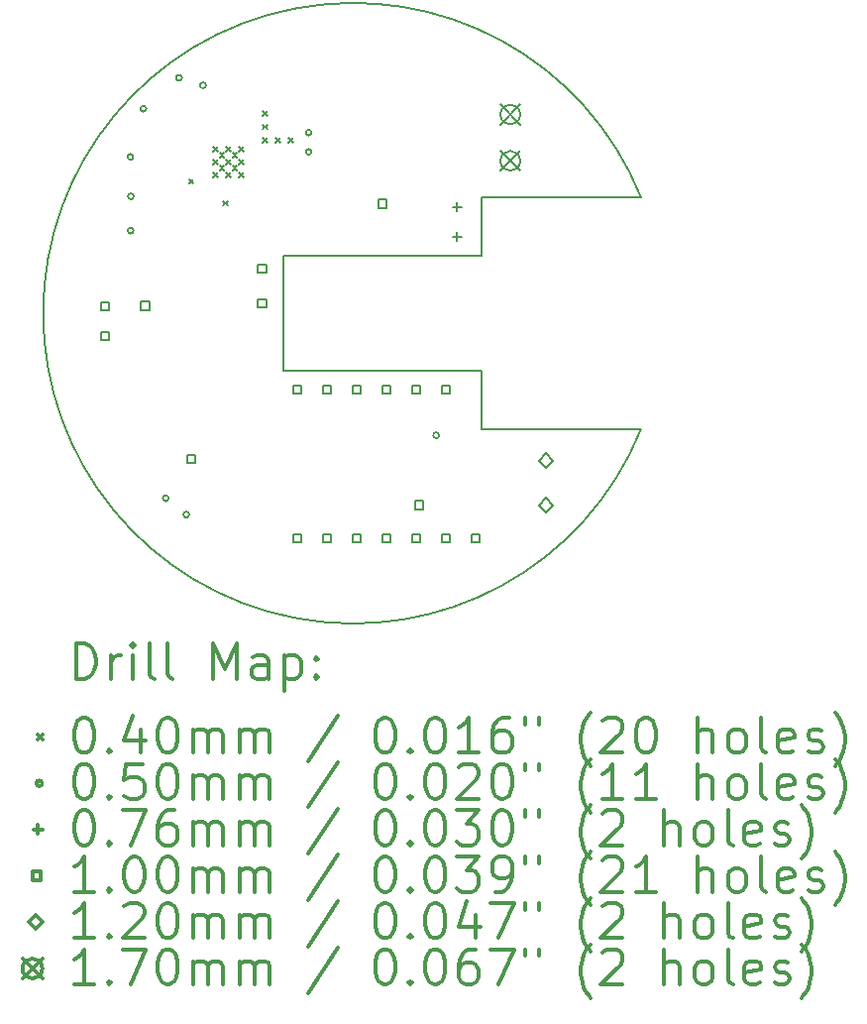
<source format=gbr>
%FSLAX45Y45*%
G04 Gerber Fmt 4.5, Leading zero omitted, Abs format (unit mm)*
G04 Created by KiCad (PCBNEW (5.0.2)-1) date 24/03/2019 18:15:22*
%MOMM*%
%LPD*%
G01*
G04 APERTURE LIST*
%ADD10C,0.150000*%
%ADD11C,0.200000*%
%ADD12C,0.300000*%
G04 APERTURE END LIST*
D10*
X5067200Y4355200D02*
X5067200Y4855245D01*
X3367200Y4355200D02*
X5067200Y4355200D01*
X5067200Y3375200D02*
X5067200Y2875155D01*
X3367200Y3375200D02*
X5067200Y3375200D01*
X6425311Y4855245D02*
G75*
G03X1317200Y3865200I-2458111J-990045D01*
G01*
X5067200Y2875155D02*
X6425311Y2875155D01*
X6425311Y2875155D02*
G75*
G02X1317200Y3865200I-2458111J990045D01*
G01*
X5067200Y4855245D02*
X6425311Y4855245D01*
X3367200Y4355200D02*
X3367200Y3375200D01*
D11*
X2562200Y5012200D02*
X2602200Y4972200D01*
X2602200Y5012200D02*
X2562200Y4972200D01*
X2854200Y4825200D02*
X2894200Y4785200D01*
X2894200Y4825200D02*
X2854200Y4785200D01*
X3191200Y5593200D02*
X3231200Y5553200D01*
X3231200Y5593200D02*
X3191200Y5553200D01*
X3191200Y5477200D02*
X3231200Y5437200D01*
X3231200Y5477200D02*
X3191200Y5437200D01*
X3191200Y5361200D02*
X3231200Y5321200D01*
X3231200Y5361200D02*
X3191200Y5321200D01*
X3302700Y5361200D02*
X3342700Y5321200D01*
X3342700Y5361200D02*
X3302700Y5321200D01*
X3414200Y5361200D02*
X3454200Y5321200D01*
X3454200Y5361200D02*
X3414200Y5321200D01*
X2769200Y5288200D02*
X2809200Y5248200D01*
X2809200Y5288200D02*
X2769200Y5248200D01*
X2769200Y5178200D02*
X2809200Y5138200D01*
X2809200Y5178200D02*
X2769200Y5138200D01*
X2769200Y5068200D02*
X2809200Y5028200D01*
X2809200Y5068200D02*
X2769200Y5028200D01*
X2824200Y5233200D02*
X2864200Y5193200D01*
X2864200Y5233200D02*
X2824200Y5193200D01*
X2824200Y5123200D02*
X2864200Y5083200D01*
X2864200Y5123200D02*
X2824200Y5083200D01*
X2879200Y5288200D02*
X2919200Y5248200D01*
X2919200Y5288200D02*
X2879200Y5248200D01*
X2879200Y5178200D02*
X2919200Y5138200D01*
X2919200Y5178200D02*
X2879200Y5138200D01*
X2879200Y5068200D02*
X2919200Y5028200D01*
X2919200Y5068200D02*
X2879200Y5028200D01*
X2934200Y5233200D02*
X2974200Y5193200D01*
X2974200Y5233200D02*
X2934200Y5193200D01*
X2934200Y5123200D02*
X2974200Y5083200D01*
X2974200Y5123200D02*
X2934200Y5083200D01*
X2989200Y5288200D02*
X3029200Y5248200D01*
X3029200Y5288200D02*
X2989200Y5248200D01*
X2989200Y5178200D02*
X3029200Y5138200D01*
X3029200Y5178200D02*
X2989200Y5138200D01*
X2989200Y5068200D02*
X3029200Y5028200D01*
X3029200Y5068200D02*
X2989200Y5028200D01*
X2087200Y5200200D02*
G75*
G03X2087200Y5200200I-25000J0D01*
G01*
X2089200Y4570200D02*
G75*
G03X2089200Y4570200I-25000J0D01*
G01*
X2091200Y4863200D02*
G75*
G03X2091200Y4863200I-25000J0D01*
G01*
X2198200Y5611200D02*
G75*
G03X2198200Y5611200I-25000J0D01*
G01*
X2389200Y2284200D02*
G75*
G03X2389200Y2284200I-25000J0D01*
G01*
X2502200Y5876200D02*
G75*
G03X2502200Y5876200I-25000J0D01*
G01*
X2565200Y2144200D02*
G75*
G03X2565200Y2144200I-25000J0D01*
G01*
X2707200Y5812200D02*
G75*
G03X2707200Y5812200I-25000J0D01*
G01*
X3610200Y5407200D02*
G75*
G03X3610200Y5407200I-25000J0D01*
G01*
X3610200Y5244200D02*
G75*
G03X3610200Y5244200I-25000J0D01*
G01*
X4700200Y2822200D02*
G75*
G03X4700200Y2822200I-25000J0D01*
G01*
X4852200Y4812300D02*
X4852200Y4736100D01*
X4814100Y4774200D02*
X4890300Y4774200D01*
X4852200Y4558300D02*
X4852200Y4482100D01*
X4814100Y4520200D02*
X4890300Y4520200D01*
X2222556Y3893844D02*
X2222556Y3964556D01*
X2151844Y3964556D01*
X2151844Y3893844D01*
X2222556Y3893844D01*
X2615556Y2584844D02*
X2615556Y2655556D01*
X2544844Y2655556D01*
X2544844Y2584844D01*
X2615556Y2584844D01*
X3222556Y4210844D02*
X3222556Y4281556D01*
X3151844Y4281556D01*
X3151844Y4210844D01*
X3222556Y4210844D01*
X3222556Y3912844D02*
X3222556Y3983556D01*
X3151844Y3983556D01*
X3151844Y3912844D01*
X3222556Y3912844D01*
X4250556Y4765844D02*
X4250556Y4836556D01*
X4179844Y4836556D01*
X4179844Y4765844D01*
X4250556Y4765844D01*
X4564056Y2191344D02*
X4564056Y2262056D01*
X4493344Y2262056D01*
X4493344Y2191344D01*
X4564056Y2191344D01*
X3523356Y3178744D02*
X3523356Y3249456D01*
X3452644Y3249456D01*
X3452644Y3178744D01*
X3523356Y3178744D01*
X3523356Y1908744D02*
X3523356Y1979456D01*
X3452644Y1979456D01*
X3452644Y1908744D01*
X3523356Y1908744D01*
X3777356Y3178744D02*
X3777356Y3249456D01*
X3706644Y3249456D01*
X3706644Y3178744D01*
X3777356Y3178744D01*
X3777356Y1908744D02*
X3777356Y1979456D01*
X3706644Y1979456D01*
X3706644Y1908744D01*
X3777356Y1908744D01*
X4031356Y3178744D02*
X4031356Y3249456D01*
X3960644Y3249456D01*
X3960644Y3178744D01*
X4031356Y3178744D01*
X4031356Y1908744D02*
X4031356Y1979456D01*
X3960644Y1979456D01*
X3960644Y1908744D01*
X4031356Y1908744D01*
X4285356Y3178744D02*
X4285356Y3249456D01*
X4214644Y3249456D01*
X4214644Y3178744D01*
X4285356Y3178744D01*
X4285356Y1908744D02*
X4285356Y1979456D01*
X4214644Y1979456D01*
X4214644Y1908744D01*
X4285356Y1908744D01*
X4539356Y3178744D02*
X4539356Y3249456D01*
X4468644Y3249456D01*
X4468644Y3178744D01*
X4539356Y3178744D01*
X4539356Y1908744D02*
X4539356Y1979456D01*
X4468644Y1979456D01*
X4468644Y1908744D01*
X4539356Y1908744D01*
X4793356Y3178744D02*
X4793356Y3249456D01*
X4722644Y3249456D01*
X4722644Y3178744D01*
X4793356Y3178744D01*
X1883556Y3886913D02*
X1883556Y3957624D01*
X1812844Y3957624D01*
X1812844Y3886913D01*
X1883556Y3886913D01*
X1883556Y3636913D02*
X1883556Y3707624D01*
X1812844Y3707624D01*
X1812844Y3636913D01*
X1883556Y3636913D01*
X4795356Y1908744D02*
X4795356Y1979456D01*
X4724644Y1979456D01*
X4724644Y1908744D01*
X4795356Y1908744D01*
X5049356Y1908744D02*
X5049356Y1979456D01*
X4978644Y1979456D01*
X4978644Y1908744D01*
X5049356Y1908744D01*
X5613200Y2547700D02*
X5673200Y2607700D01*
X5613200Y2667700D01*
X5553200Y2607700D01*
X5613200Y2547700D01*
X5613200Y2166700D02*
X5673200Y2226700D01*
X5613200Y2286700D01*
X5553200Y2226700D01*
X5613200Y2166700D01*
X5223600Y5647600D02*
X5393600Y5477600D01*
X5393600Y5647600D02*
X5223600Y5477600D01*
X5393600Y5562600D02*
G75*
G03X5393600Y5562600I-85000J0D01*
G01*
X5223600Y5251600D02*
X5393600Y5081600D01*
X5393600Y5251600D02*
X5223600Y5081600D01*
X5393600Y5166600D02*
G75*
G03X5393600Y5166600I-85000J0D01*
G01*
D12*
X1596128Y741986D02*
X1596128Y1041986D01*
X1667557Y1041986D01*
X1710414Y1027700D01*
X1738986Y999128D01*
X1753271Y970557D01*
X1767557Y913414D01*
X1767557Y870557D01*
X1753271Y813414D01*
X1738986Y784843D01*
X1710414Y756271D01*
X1667557Y741986D01*
X1596128Y741986D01*
X1896128Y741986D02*
X1896128Y941986D01*
X1896128Y884843D02*
X1910414Y913414D01*
X1924700Y927700D01*
X1953271Y941986D01*
X1981843Y941986D01*
X2081843Y741986D02*
X2081843Y941986D01*
X2081843Y1041986D02*
X2067557Y1027700D01*
X2081843Y1013414D01*
X2096128Y1027700D01*
X2081843Y1041986D01*
X2081843Y1013414D01*
X2267557Y741986D02*
X2238986Y756271D01*
X2224700Y784843D01*
X2224700Y1041986D01*
X2424700Y741986D02*
X2396128Y756271D01*
X2381843Y784843D01*
X2381843Y1041986D01*
X2767557Y741986D02*
X2767557Y1041986D01*
X2867557Y827700D01*
X2967557Y1041986D01*
X2967557Y741986D01*
X3238986Y741986D02*
X3238986Y899128D01*
X3224700Y927700D01*
X3196128Y941986D01*
X3138986Y941986D01*
X3110414Y927700D01*
X3238986Y756271D02*
X3210414Y741986D01*
X3138986Y741986D01*
X3110414Y756271D01*
X3096128Y784843D01*
X3096128Y813414D01*
X3110414Y841986D01*
X3138986Y856271D01*
X3210414Y856271D01*
X3238986Y870557D01*
X3381843Y941986D02*
X3381843Y641986D01*
X3381843Y927700D02*
X3410414Y941986D01*
X3467557Y941986D01*
X3496128Y927700D01*
X3510414Y913414D01*
X3524700Y884843D01*
X3524700Y799128D01*
X3510414Y770557D01*
X3496128Y756271D01*
X3467557Y741986D01*
X3410414Y741986D01*
X3381843Y756271D01*
X3653271Y770557D02*
X3667557Y756271D01*
X3653271Y741986D01*
X3638986Y756271D01*
X3653271Y770557D01*
X3653271Y741986D01*
X3653271Y927700D02*
X3667557Y913414D01*
X3653271Y899128D01*
X3638986Y913414D01*
X3653271Y927700D01*
X3653271Y899128D01*
X1269700Y267700D02*
X1309700Y227700D01*
X1309700Y267700D02*
X1269700Y227700D01*
X1653271Y411986D02*
X1681843Y411986D01*
X1710414Y397700D01*
X1724700Y383414D01*
X1738986Y354843D01*
X1753271Y297700D01*
X1753271Y226271D01*
X1738986Y169129D01*
X1724700Y140557D01*
X1710414Y126271D01*
X1681843Y111986D01*
X1653271Y111986D01*
X1624700Y126271D01*
X1610414Y140557D01*
X1596128Y169129D01*
X1581843Y226271D01*
X1581843Y297700D01*
X1596128Y354843D01*
X1610414Y383414D01*
X1624700Y397700D01*
X1653271Y411986D01*
X1881843Y140557D02*
X1896128Y126271D01*
X1881843Y111986D01*
X1867557Y126271D01*
X1881843Y140557D01*
X1881843Y111986D01*
X2153271Y311986D02*
X2153271Y111986D01*
X2081843Y426271D02*
X2010414Y211986D01*
X2196128Y211986D01*
X2367557Y411986D02*
X2396128Y411986D01*
X2424700Y397700D01*
X2438986Y383414D01*
X2453271Y354843D01*
X2467557Y297700D01*
X2467557Y226271D01*
X2453271Y169129D01*
X2438986Y140557D01*
X2424700Y126271D01*
X2396128Y111986D01*
X2367557Y111986D01*
X2338986Y126271D01*
X2324700Y140557D01*
X2310414Y169129D01*
X2296128Y226271D01*
X2296128Y297700D01*
X2310414Y354843D01*
X2324700Y383414D01*
X2338986Y397700D01*
X2367557Y411986D01*
X2596128Y111986D02*
X2596128Y311986D01*
X2596128Y283414D02*
X2610414Y297700D01*
X2638986Y311986D01*
X2681843Y311986D01*
X2710414Y297700D01*
X2724700Y269129D01*
X2724700Y111986D01*
X2724700Y269129D02*
X2738986Y297700D01*
X2767557Y311986D01*
X2810414Y311986D01*
X2838986Y297700D01*
X2853271Y269129D01*
X2853271Y111986D01*
X2996128Y111986D02*
X2996128Y311986D01*
X2996128Y283414D02*
X3010414Y297700D01*
X3038986Y311986D01*
X3081843Y311986D01*
X3110414Y297700D01*
X3124700Y269129D01*
X3124700Y111986D01*
X3124700Y269129D02*
X3138986Y297700D01*
X3167557Y311986D01*
X3210414Y311986D01*
X3238986Y297700D01*
X3253271Y269129D01*
X3253271Y111986D01*
X3838986Y426271D02*
X3581843Y40557D01*
X4224700Y411986D02*
X4253271Y411986D01*
X4281843Y397700D01*
X4296128Y383414D01*
X4310414Y354843D01*
X4324700Y297700D01*
X4324700Y226271D01*
X4310414Y169129D01*
X4296128Y140557D01*
X4281843Y126271D01*
X4253271Y111986D01*
X4224700Y111986D01*
X4196128Y126271D01*
X4181843Y140557D01*
X4167557Y169129D01*
X4153271Y226271D01*
X4153271Y297700D01*
X4167557Y354843D01*
X4181843Y383414D01*
X4196128Y397700D01*
X4224700Y411986D01*
X4453271Y140557D02*
X4467557Y126271D01*
X4453271Y111986D01*
X4438986Y126271D01*
X4453271Y140557D01*
X4453271Y111986D01*
X4653271Y411986D02*
X4681843Y411986D01*
X4710414Y397700D01*
X4724700Y383414D01*
X4738986Y354843D01*
X4753271Y297700D01*
X4753271Y226271D01*
X4738986Y169129D01*
X4724700Y140557D01*
X4710414Y126271D01*
X4681843Y111986D01*
X4653271Y111986D01*
X4624700Y126271D01*
X4610414Y140557D01*
X4596128Y169129D01*
X4581843Y226271D01*
X4581843Y297700D01*
X4596128Y354843D01*
X4610414Y383414D01*
X4624700Y397700D01*
X4653271Y411986D01*
X5038986Y111986D02*
X4867557Y111986D01*
X4953271Y111986D02*
X4953271Y411986D01*
X4924700Y369128D01*
X4896128Y340557D01*
X4867557Y326271D01*
X5296128Y411986D02*
X5238986Y411986D01*
X5210414Y397700D01*
X5196128Y383414D01*
X5167557Y340557D01*
X5153271Y283414D01*
X5153271Y169129D01*
X5167557Y140557D01*
X5181843Y126271D01*
X5210414Y111986D01*
X5267557Y111986D01*
X5296128Y126271D01*
X5310414Y140557D01*
X5324700Y169129D01*
X5324700Y240557D01*
X5310414Y269129D01*
X5296128Y283414D01*
X5267557Y297700D01*
X5210414Y297700D01*
X5181843Y283414D01*
X5167557Y269129D01*
X5153271Y240557D01*
X5438986Y411986D02*
X5438986Y354843D01*
X5553271Y411986D02*
X5553271Y354843D01*
X5996128Y-2300D02*
X5981843Y11986D01*
X5953271Y54843D01*
X5938986Y83414D01*
X5924700Y126271D01*
X5910414Y197700D01*
X5910414Y254843D01*
X5924700Y326271D01*
X5938986Y369128D01*
X5953271Y397700D01*
X5981843Y440557D01*
X5996128Y454843D01*
X6096128Y383414D02*
X6110414Y397700D01*
X6138986Y411986D01*
X6210414Y411986D01*
X6238986Y397700D01*
X6253271Y383414D01*
X6267557Y354843D01*
X6267557Y326271D01*
X6253271Y283414D01*
X6081843Y111986D01*
X6267557Y111986D01*
X6453271Y411986D02*
X6481843Y411986D01*
X6510414Y397700D01*
X6524700Y383414D01*
X6538986Y354843D01*
X6553271Y297700D01*
X6553271Y226271D01*
X6538986Y169129D01*
X6524700Y140557D01*
X6510414Y126271D01*
X6481843Y111986D01*
X6453271Y111986D01*
X6424700Y126271D01*
X6410414Y140557D01*
X6396128Y169129D01*
X6381843Y226271D01*
X6381843Y297700D01*
X6396128Y354843D01*
X6410414Y383414D01*
X6424700Y397700D01*
X6453271Y411986D01*
X6910414Y111986D02*
X6910414Y411986D01*
X7038986Y111986D02*
X7038986Y269129D01*
X7024700Y297700D01*
X6996128Y311986D01*
X6953271Y311986D01*
X6924700Y297700D01*
X6910414Y283414D01*
X7224700Y111986D02*
X7196128Y126271D01*
X7181843Y140557D01*
X7167557Y169129D01*
X7167557Y254843D01*
X7181843Y283414D01*
X7196128Y297700D01*
X7224700Y311986D01*
X7267557Y311986D01*
X7296128Y297700D01*
X7310414Y283414D01*
X7324700Y254843D01*
X7324700Y169129D01*
X7310414Y140557D01*
X7296128Y126271D01*
X7267557Y111986D01*
X7224700Y111986D01*
X7496128Y111986D02*
X7467557Y126271D01*
X7453271Y154843D01*
X7453271Y411986D01*
X7724700Y126271D02*
X7696128Y111986D01*
X7638986Y111986D01*
X7610414Y126271D01*
X7596128Y154843D01*
X7596128Y269129D01*
X7610414Y297700D01*
X7638986Y311986D01*
X7696128Y311986D01*
X7724700Y297700D01*
X7738986Y269129D01*
X7738986Y240557D01*
X7596128Y211986D01*
X7853271Y126271D02*
X7881843Y111986D01*
X7938986Y111986D01*
X7967557Y126271D01*
X7981843Y154843D01*
X7981843Y169129D01*
X7967557Y197700D01*
X7938986Y211986D01*
X7896128Y211986D01*
X7867557Y226271D01*
X7853271Y254843D01*
X7853271Y269129D01*
X7867557Y297700D01*
X7896128Y311986D01*
X7938986Y311986D01*
X7967557Y297700D01*
X8081843Y-2300D02*
X8096128Y11986D01*
X8124700Y54843D01*
X8138986Y83414D01*
X8153271Y126271D01*
X8167557Y197700D01*
X8167557Y254843D01*
X8153271Y326271D01*
X8138986Y369128D01*
X8124700Y397700D01*
X8096128Y440557D01*
X8081843Y454843D01*
X1309700Y-148300D02*
G75*
G03X1309700Y-148300I-25000J0D01*
G01*
X1653271Y15986D02*
X1681843Y15986D01*
X1710414Y1700D01*
X1724700Y-12586D01*
X1738986Y-41157D01*
X1753271Y-98300D01*
X1753271Y-169729D01*
X1738986Y-226871D01*
X1724700Y-255443D01*
X1710414Y-269729D01*
X1681843Y-284014D01*
X1653271Y-284014D01*
X1624700Y-269729D01*
X1610414Y-255443D01*
X1596128Y-226871D01*
X1581843Y-169729D01*
X1581843Y-98300D01*
X1596128Y-41157D01*
X1610414Y-12586D01*
X1624700Y1700D01*
X1653271Y15986D01*
X1881843Y-255443D02*
X1896128Y-269729D01*
X1881843Y-284014D01*
X1867557Y-269729D01*
X1881843Y-255443D01*
X1881843Y-284014D01*
X2167557Y15986D02*
X2024700Y15986D01*
X2010414Y-126871D01*
X2024700Y-112586D01*
X2053271Y-98300D01*
X2124700Y-98300D01*
X2153271Y-112586D01*
X2167557Y-126871D01*
X2181843Y-155443D01*
X2181843Y-226871D01*
X2167557Y-255443D01*
X2153271Y-269729D01*
X2124700Y-284014D01*
X2053271Y-284014D01*
X2024700Y-269729D01*
X2010414Y-255443D01*
X2367557Y15986D02*
X2396128Y15986D01*
X2424700Y1700D01*
X2438986Y-12586D01*
X2453271Y-41157D01*
X2467557Y-98300D01*
X2467557Y-169729D01*
X2453271Y-226871D01*
X2438986Y-255443D01*
X2424700Y-269729D01*
X2396128Y-284014D01*
X2367557Y-284014D01*
X2338986Y-269729D01*
X2324700Y-255443D01*
X2310414Y-226871D01*
X2296128Y-169729D01*
X2296128Y-98300D01*
X2310414Y-41157D01*
X2324700Y-12586D01*
X2338986Y1700D01*
X2367557Y15986D01*
X2596128Y-284014D02*
X2596128Y-84014D01*
X2596128Y-112586D02*
X2610414Y-98300D01*
X2638986Y-84014D01*
X2681843Y-84014D01*
X2710414Y-98300D01*
X2724700Y-126871D01*
X2724700Y-284014D01*
X2724700Y-126871D02*
X2738986Y-98300D01*
X2767557Y-84014D01*
X2810414Y-84014D01*
X2838986Y-98300D01*
X2853271Y-126871D01*
X2853271Y-284014D01*
X2996128Y-284014D02*
X2996128Y-84014D01*
X2996128Y-112586D02*
X3010414Y-98300D01*
X3038986Y-84014D01*
X3081843Y-84014D01*
X3110414Y-98300D01*
X3124700Y-126871D01*
X3124700Y-284014D01*
X3124700Y-126871D02*
X3138986Y-98300D01*
X3167557Y-84014D01*
X3210414Y-84014D01*
X3238986Y-98300D01*
X3253271Y-126871D01*
X3253271Y-284014D01*
X3838986Y30271D02*
X3581843Y-355443D01*
X4224700Y15986D02*
X4253271Y15986D01*
X4281843Y1700D01*
X4296128Y-12586D01*
X4310414Y-41157D01*
X4324700Y-98300D01*
X4324700Y-169729D01*
X4310414Y-226871D01*
X4296128Y-255443D01*
X4281843Y-269729D01*
X4253271Y-284014D01*
X4224700Y-284014D01*
X4196128Y-269729D01*
X4181843Y-255443D01*
X4167557Y-226871D01*
X4153271Y-169729D01*
X4153271Y-98300D01*
X4167557Y-41157D01*
X4181843Y-12586D01*
X4196128Y1700D01*
X4224700Y15986D01*
X4453271Y-255443D02*
X4467557Y-269729D01*
X4453271Y-284014D01*
X4438986Y-269729D01*
X4453271Y-255443D01*
X4453271Y-284014D01*
X4653271Y15986D02*
X4681843Y15986D01*
X4710414Y1700D01*
X4724700Y-12586D01*
X4738986Y-41157D01*
X4753271Y-98300D01*
X4753271Y-169729D01*
X4738986Y-226871D01*
X4724700Y-255443D01*
X4710414Y-269729D01*
X4681843Y-284014D01*
X4653271Y-284014D01*
X4624700Y-269729D01*
X4610414Y-255443D01*
X4596128Y-226871D01*
X4581843Y-169729D01*
X4581843Y-98300D01*
X4596128Y-41157D01*
X4610414Y-12586D01*
X4624700Y1700D01*
X4653271Y15986D01*
X4867557Y-12586D02*
X4881843Y1700D01*
X4910414Y15986D01*
X4981843Y15986D01*
X5010414Y1700D01*
X5024700Y-12586D01*
X5038986Y-41157D01*
X5038986Y-69729D01*
X5024700Y-112586D01*
X4853271Y-284014D01*
X5038986Y-284014D01*
X5224700Y15986D02*
X5253271Y15986D01*
X5281843Y1700D01*
X5296128Y-12586D01*
X5310414Y-41157D01*
X5324700Y-98300D01*
X5324700Y-169729D01*
X5310414Y-226871D01*
X5296128Y-255443D01*
X5281843Y-269729D01*
X5253271Y-284014D01*
X5224700Y-284014D01*
X5196128Y-269729D01*
X5181843Y-255443D01*
X5167557Y-226871D01*
X5153271Y-169729D01*
X5153271Y-98300D01*
X5167557Y-41157D01*
X5181843Y-12586D01*
X5196128Y1700D01*
X5224700Y15986D01*
X5438986Y15986D02*
X5438986Y-41157D01*
X5553271Y15986D02*
X5553271Y-41157D01*
X5996128Y-398300D02*
X5981843Y-384014D01*
X5953271Y-341157D01*
X5938986Y-312586D01*
X5924700Y-269729D01*
X5910414Y-198300D01*
X5910414Y-141157D01*
X5924700Y-69729D01*
X5938986Y-26871D01*
X5953271Y1700D01*
X5981843Y44557D01*
X5996128Y58843D01*
X6267557Y-284014D02*
X6096128Y-284014D01*
X6181843Y-284014D02*
X6181843Y15986D01*
X6153271Y-26871D01*
X6124700Y-55443D01*
X6096128Y-69729D01*
X6553271Y-284014D02*
X6381843Y-284014D01*
X6467557Y-284014D02*
X6467557Y15986D01*
X6438986Y-26871D01*
X6410414Y-55443D01*
X6381843Y-69729D01*
X6910414Y-284014D02*
X6910414Y15986D01*
X7038986Y-284014D02*
X7038986Y-126871D01*
X7024700Y-98300D01*
X6996128Y-84014D01*
X6953271Y-84014D01*
X6924700Y-98300D01*
X6910414Y-112586D01*
X7224700Y-284014D02*
X7196128Y-269729D01*
X7181843Y-255443D01*
X7167557Y-226871D01*
X7167557Y-141157D01*
X7181843Y-112586D01*
X7196128Y-98300D01*
X7224700Y-84014D01*
X7267557Y-84014D01*
X7296128Y-98300D01*
X7310414Y-112586D01*
X7324700Y-141157D01*
X7324700Y-226871D01*
X7310414Y-255443D01*
X7296128Y-269729D01*
X7267557Y-284014D01*
X7224700Y-284014D01*
X7496128Y-284014D02*
X7467557Y-269729D01*
X7453271Y-241157D01*
X7453271Y15986D01*
X7724700Y-269729D02*
X7696128Y-284014D01*
X7638986Y-284014D01*
X7610414Y-269729D01*
X7596128Y-241157D01*
X7596128Y-126871D01*
X7610414Y-98300D01*
X7638986Y-84014D01*
X7696128Y-84014D01*
X7724700Y-98300D01*
X7738986Y-126871D01*
X7738986Y-155443D01*
X7596128Y-184014D01*
X7853271Y-269729D02*
X7881843Y-284014D01*
X7938986Y-284014D01*
X7967557Y-269729D01*
X7981843Y-241157D01*
X7981843Y-226871D01*
X7967557Y-198300D01*
X7938986Y-184014D01*
X7896128Y-184014D01*
X7867557Y-169729D01*
X7853271Y-141157D01*
X7853271Y-126871D01*
X7867557Y-98300D01*
X7896128Y-84014D01*
X7938986Y-84014D01*
X7967557Y-98300D01*
X8081843Y-398300D02*
X8096128Y-384014D01*
X8124700Y-341157D01*
X8138986Y-312586D01*
X8153271Y-269729D01*
X8167557Y-198300D01*
X8167557Y-141157D01*
X8153271Y-69729D01*
X8138986Y-26871D01*
X8124700Y1700D01*
X8096128Y44557D01*
X8081843Y58843D01*
X1271600Y-506200D02*
X1271600Y-582400D01*
X1233500Y-544300D02*
X1309700Y-544300D01*
X1653271Y-380014D02*
X1681843Y-380014D01*
X1710414Y-394300D01*
X1724700Y-408586D01*
X1738986Y-437157D01*
X1753271Y-494300D01*
X1753271Y-565729D01*
X1738986Y-622872D01*
X1724700Y-651443D01*
X1710414Y-665729D01*
X1681843Y-680014D01*
X1653271Y-680014D01*
X1624700Y-665729D01*
X1610414Y-651443D01*
X1596128Y-622872D01*
X1581843Y-565729D01*
X1581843Y-494300D01*
X1596128Y-437157D01*
X1610414Y-408586D01*
X1624700Y-394300D01*
X1653271Y-380014D01*
X1881843Y-651443D02*
X1896128Y-665729D01*
X1881843Y-680014D01*
X1867557Y-665729D01*
X1881843Y-651443D01*
X1881843Y-680014D01*
X1996128Y-380014D02*
X2196128Y-380014D01*
X2067557Y-680014D01*
X2438986Y-380014D02*
X2381843Y-380014D01*
X2353271Y-394300D01*
X2338986Y-408586D01*
X2310414Y-451443D01*
X2296128Y-508586D01*
X2296128Y-622872D01*
X2310414Y-651443D01*
X2324700Y-665729D01*
X2353271Y-680014D01*
X2410414Y-680014D01*
X2438986Y-665729D01*
X2453271Y-651443D01*
X2467557Y-622872D01*
X2467557Y-551443D01*
X2453271Y-522871D01*
X2438986Y-508586D01*
X2410414Y-494300D01*
X2353271Y-494300D01*
X2324700Y-508586D01*
X2310414Y-522871D01*
X2296128Y-551443D01*
X2596128Y-680014D02*
X2596128Y-480014D01*
X2596128Y-508586D02*
X2610414Y-494300D01*
X2638986Y-480014D01*
X2681843Y-480014D01*
X2710414Y-494300D01*
X2724700Y-522871D01*
X2724700Y-680014D01*
X2724700Y-522871D02*
X2738986Y-494300D01*
X2767557Y-480014D01*
X2810414Y-480014D01*
X2838986Y-494300D01*
X2853271Y-522871D01*
X2853271Y-680014D01*
X2996128Y-680014D02*
X2996128Y-480014D01*
X2996128Y-508586D02*
X3010414Y-494300D01*
X3038986Y-480014D01*
X3081843Y-480014D01*
X3110414Y-494300D01*
X3124700Y-522871D01*
X3124700Y-680014D01*
X3124700Y-522871D02*
X3138986Y-494300D01*
X3167557Y-480014D01*
X3210414Y-480014D01*
X3238986Y-494300D01*
X3253271Y-522871D01*
X3253271Y-680014D01*
X3838986Y-365729D02*
X3581843Y-751443D01*
X4224700Y-380014D02*
X4253271Y-380014D01*
X4281843Y-394300D01*
X4296128Y-408586D01*
X4310414Y-437157D01*
X4324700Y-494300D01*
X4324700Y-565729D01*
X4310414Y-622872D01*
X4296128Y-651443D01*
X4281843Y-665729D01*
X4253271Y-680014D01*
X4224700Y-680014D01*
X4196128Y-665729D01*
X4181843Y-651443D01*
X4167557Y-622872D01*
X4153271Y-565729D01*
X4153271Y-494300D01*
X4167557Y-437157D01*
X4181843Y-408586D01*
X4196128Y-394300D01*
X4224700Y-380014D01*
X4453271Y-651443D02*
X4467557Y-665729D01*
X4453271Y-680014D01*
X4438986Y-665729D01*
X4453271Y-651443D01*
X4453271Y-680014D01*
X4653271Y-380014D02*
X4681843Y-380014D01*
X4710414Y-394300D01*
X4724700Y-408586D01*
X4738986Y-437157D01*
X4753271Y-494300D01*
X4753271Y-565729D01*
X4738986Y-622872D01*
X4724700Y-651443D01*
X4710414Y-665729D01*
X4681843Y-680014D01*
X4653271Y-680014D01*
X4624700Y-665729D01*
X4610414Y-651443D01*
X4596128Y-622872D01*
X4581843Y-565729D01*
X4581843Y-494300D01*
X4596128Y-437157D01*
X4610414Y-408586D01*
X4624700Y-394300D01*
X4653271Y-380014D01*
X4853271Y-380014D02*
X5038986Y-380014D01*
X4938986Y-494300D01*
X4981843Y-494300D01*
X5010414Y-508586D01*
X5024700Y-522871D01*
X5038986Y-551443D01*
X5038986Y-622872D01*
X5024700Y-651443D01*
X5010414Y-665729D01*
X4981843Y-680014D01*
X4896128Y-680014D01*
X4867557Y-665729D01*
X4853271Y-651443D01*
X5224700Y-380014D02*
X5253271Y-380014D01*
X5281843Y-394300D01*
X5296128Y-408586D01*
X5310414Y-437157D01*
X5324700Y-494300D01*
X5324700Y-565729D01*
X5310414Y-622872D01*
X5296128Y-651443D01*
X5281843Y-665729D01*
X5253271Y-680014D01*
X5224700Y-680014D01*
X5196128Y-665729D01*
X5181843Y-651443D01*
X5167557Y-622872D01*
X5153271Y-565729D01*
X5153271Y-494300D01*
X5167557Y-437157D01*
X5181843Y-408586D01*
X5196128Y-394300D01*
X5224700Y-380014D01*
X5438986Y-380014D02*
X5438986Y-437157D01*
X5553271Y-380014D02*
X5553271Y-437157D01*
X5996128Y-794300D02*
X5981843Y-780014D01*
X5953271Y-737157D01*
X5938986Y-708586D01*
X5924700Y-665729D01*
X5910414Y-594300D01*
X5910414Y-537157D01*
X5924700Y-465729D01*
X5938986Y-422871D01*
X5953271Y-394300D01*
X5981843Y-351443D01*
X5996128Y-337157D01*
X6096128Y-408586D02*
X6110414Y-394300D01*
X6138986Y-380014D01*
X6210414Y-380014D01*
X6238986Y-394300D01*
X6253271Y-408586D01*
X6267557Y-437157D01*
X6267557Y-465729D01*
X6253271Y-508586D01*
X6081843Y-680014D01*
X6267557Y-680014D01*
X6624700Y-680014D02*
X6624700Y-380014D01*
X6753271Y-680014D02*
X6753271Y-522871D01*
X6738986Y-494300D01*
X6710414Y-480014D01*
X6667557Y-480014D01*
X6638986Y-494300D01*
X6624700Y-508586D01*
X6938986Y-680014D02*
X6910414Y-665729D01*
X6896128Y-651443D01*
X6881843Y-622872D01*
X6881843Y-537157D01*
X6896128Y-508586D01*
X6910414Y-494300D01*
X6938986Y-480014D01*
X6981843Y-480014D01*
X7010414Y-494300D01*
X7024700Y-508586D01*
X7038986Y-537157D01*
X7038986Y-622872D01*
X7024700Y-651443D01*
X7010414Y-665729D01*
X6981843Y-680014D01*
X6938986Y-680014D01*
X7210414Y-680014D02*
X7181843Y-665729D01*
X7167557Y-637157D01*
X7167557Y-380014D01*
X7438986Y-665729D02*
X7410414Y-680014D01*
X7353271Y-680014D01*
X7324700Y-665729D01*
X7310414Y-637157D01*
X7310414Y-522871D01*
X7324700Y-494300D01*
X7353271Y-480014D01*
X7410414Y-480014D01*
X7438986Y-494300D01*
X7453271Y-522871D01*
X7453271Y-551443D01*
X7310414Y-580014D01*
X7567557Y-665729D02*
X7596128Y-680014D01*
X7653271Y-680014D01*
X7681843Y-665729D01*
X7696128Y-637157D01*
X7696128Y-622872D01*
X7681843Y-594300D01*
X7653271Y-580014D01*
X7610414Y-580014D01*
X7581843Y-565729D01*
X7567557Y-537157D01*
X7567557Y-522871D01*
X7581843Y-494300D01*
X7610414Y-480014D01*
X7653271Y-480014D01*
X7681843Y-494300D01*
X7796128Y-794300D02*
X7810414Y-780014D01*
X7838986Y-737157D01*
X7853271Y-708586D01*
X7867557Y-665729D01*
X7881843Y-594300D01*
X7881843Y-537157D01*
X7867557Y-465729D01*
X7853271Y-422871D01*
X7838986Y-394300D01*
X7810414Y-351443D01*
X7796128Y-337157D01*
X1295056Y-975656D02*
X1295056Y-904944D01*
X1224344Y-904944D01*
X1224344Y-975656D01*
X1295056Y-975656D01*
X1753271Y-1076014D02*
X1581843Y-1076014D01*
X1667557Y-1076014D02*
X1667557Y-776014D01*
X1638986Y-818871D01*
X1610414Y-847443D01*
X1581843Y-861729D01*
X1881843Y-1047443D02*
X1896128Y-1061729D01*
X1881843Y-1076014D01*
X1867557Y-1061729D01*
X1881843Y-1047443D01*
X1881843Y-1076014D01*
X2081843Y-776014D02*
X2110414Y-776014D01*
X2138986Y-790300D01*
X2153271Y-804586D01*
X2167557Y-833157D01*
X2181843Y-890300D01*
X2181843Y-961729D01*
X2167557Y-1018871D01*
X2153271Y-1047443D01*
X2138986Y-1061729D01*
X2110414Y-1076014D01*
X2081843Y-1076014D01*
X2053271Y-1061729D01*
X2038986Y-1047443D01*
X2024700Y-1018871D01*
X2010414Y-961729D01*
X2010414Y-890300D01*
X2024700Y-833157D01*
X2038986Y-804586D01*
X2053271Y-790300D01*
X2081843Y-776014D01*
X2367557Y-776014D02*
X2396128Y-776014D01*
X2424700Y-790300D01*
X2438986Y-804586D01*
X2453271Y-833157D01*
X2467557Y-890300D01*
X2467557Y-961729D01*
X2453271Y-1018871D01*
X2438986Y-1047443D01*
X2424700Y-1061729D01*
X2396128Y-1076014D01*
X2367557Y-1076014D01*
X2338986Y-1061729D01*
X2324700Y-1047443D01*
X2310414Y-1018871D01*
X2296128Y-961729D01*
X2296128Y-890300D01*
X2310414Y-833157D01*
X2324700Y-804586D01*
X2338986Y-790300D01*
X2367557Y-776014D01*
X2596128Y-1076014D02*
X2596128Y-876014D01*
X2596128Y-904586D02*
X2610414Y-890300D01*
X2638986Y-876014D01*
X2681843Y-876014D01*
X2710414Y-890300D01*
X2724700Y-918871D01*
X2724700Y-1076014D01*
X2724700Y-918871D02*
X2738986Y-890300D01*
X2767557Y-876014D01*
X2810414Y-876014D01*
X2838986Y-890300D01*
X2853271Y-918871D01*
X2853271Y-1076014D01*
X2996128Y-1076014D02*
X2996128Y-876014D01*
X2996128Y-904586D02*
X3010414Y-890300D01*
X3038986Y-876014D01*
X3081843Y-876014D01*
X3110414Y-890300D01*
X3124700Y-918871D01*
X3124700Y-1076014D01*
X3124700Y-918871D02*
X3138986Y-890300D01*
X3167557Y-876014D01*
X3210414Y-876014D01*
X3238986Y-890300D01*
X3253271Y-918871D01*
X3253271Y-1076014D01*
X3838986Y-761729D02*
X3581843Y-1147443D01*
X4224700Y-776014D02*
X4253271Y-776014D01*
X4281843Y-790300D01*
X4296128Y-804586D01*
X4310414Y-833157D01*
X4324700Y-890300D01*
X4324700Y-961729D01*
X4310414Y-1018871D01*
X4296128Y-1047443D01*
X4281843Y-1061729D01*
X4253271Y-1076014D01*
X4224700Y-1076014D01*
X4196128Y-1061729D01*
X4181843Y-1047443D01*
X4167557Y-1018871D01*
X4153271Y-961729D01*
X4153271Y-890300D01*
X4167557Y-833157D01*
X4181843Y-804586D01*
X4196128Y-790300D01*
X4224700Y-776014D01*
X4453271Y-1047443D02*
X4467557Y-1061729D01*
X4453271Y-1076014D01*
X4438986Y-1061729D01*
X4453271Y-1047443D01*
X4453271Y-1076014D01*
X4653271Y-776014D02*
X4681843Y-776014D01*
X4710414Y-790300D01*
X4724700Y-804586D01*
X4738986Y-833157D01*
X4753271Y-890300D01*
X4753271Y-961729D01*
X4738986Y-1018871D01*
X4724700Y-1047443D01*
X4710414Y-1061729D01*
X4681843Y-1076014D01*
X4653271Y-1076014D01*
X4624700Y-1061729D01*
X4610414Y-1047443D01*
X4596128Y-1018871D01*
X4581843Y-961729D01*
X4581843Y-890300D01*
X4596128Y-833157D01*
X4610414Y-804586D01*
X4624700Y-790300D01*
X4653271Y-776014D01*
X4853271Y-776014D02*
X5038986Y-776014D01*
X4938986Y-890300D01*
X4981843Y-890300D01*
X5010414Y-904586D01*
X5024700Y-918871D01*
X5038986Y-947443D01*
X5038986Y-1018871D01*
X5024700Y-1047443D01*
X5010414Y-1061729D01*
X4981843Y-1076014D01*
X4896128Y-1076014D01*
X4867557Y-1061729D01*
X4853271Y-1047443D01*
X5181843Y-1076014D02*
X5238986Y-1076014D01*
X5267557Y-1061729D01*
X5281843Y-1047443D01*
X5310414Y-1004586D01*
X5324700Y-947443D01*
X5324700Y-833157D01*
X5310414Y-804586D01*
X5296128Y-790300D01*
X5267557Y-776014D01*
X5210414Y-776014D01*
X5181843Y-790300D01*
X5167557Y-804586D01*
X5153271Y-833157D01*
X5153271Y-904586D01*
X5167557Y-933157D01*
X5181843Y-947443D01*
X5210414Y-961729D01*
X5267557Y-961729D01*
X5296128Y-947443D01*
X5310414Y-933157D01*
X5324700Y-904586D01*
X5438986Y-776014D02*
X5438986Y-833157D01*
X5553271Y-776014D02*
X5553271Y-833157D01*
X5996128Y-1190300D02*
X5981843Y-1176014D01*
X5953271Y-1133157D01*
X5938986Y-1104586D01*
X5924700Y-1061729D01*
X5910414Y-990300D01*
X5910414Y-933157D01*
X5924700Y-861729D01*
X5938986Y-818871D01*
X5953271Y-790300D01*
X5981843Y-747443D01*
X5996128Y-733157D01*
X6096128Y-804586D02*
X6110414Y-790300D01*
X6138986Y-776014D01*
X6210414Y-776014D01*
X6238986Y-790300D01*
X6253271Y-804586D01*
X6267557Y-833157D01*
X6267557Y-861729D01*
X6253271Y-904586D01*
X6081843Y-1076014D01*
X6267557Y-1076014D01*
X6553271Y-1076014D02*
X6381843Y-1076014D01*
X6467557Y-1076014D02*
X6467557Y-776014D01*
X6438986Y-818871D01*
X6410414Y-847443D01*
X6381843Y-861729D01*
X6910414Y-1076014D02*
X6910414Y-776014D01*
X7038986Y-1076014D02*
X7038986Y-918871D01*
X7024700Y-890300D01*
X6996128Y-876014D01*
X6953271Y-876014D01*
X6924700Y-890300D01*
X6910414Y-904586D01*
X7224700Y-1076014D02*
X7196128Y-1061729D01*
X7181843Y-1047443D01*
X7167557Y-1018871D01*
X7167557Y-933157D01*
X7181843Y-904586D01*
X7196128Y-890300D01*
X7224700Y-876014D01*
X7267557Y-876014D01*
X7296128Y-890300D01*
X7310414Y-904586D01*
X7324700Y-933157D01*
X7324700Y-1018871D01*
X7310414Y-1047443D01*
X7296128Y-1061729D01*
X7267557Y-1076014D01*
X7224700Y-1076014D01*
X7496128Y-1076014D02*
X7467557Y-1061729D01*
X7453271Y-1033157D01*
X7453271Y-776014D01*
X7724700Y-1061729D02*
X7696128Y-1076014D01*
X7638986Y-1076014D01*
X7610414Y-1061729D01*
X7596128Y-1033157D01*
X7596128Y-918871D01*
X7610414Y-890300D01*
X7638986Y-876014D01*
X7696128Y-876014D01*
X7724700Y-890300D01*
X7738986Y-918871D01*
X7738986Y-947443D01*
X7596128Y-976014D01*
X7853271Y-1061729D02*
X7881843Y-1076014D01*
X7938986Y-1076014D01*
X7967557Y-1061729D01*
X7981843Y-1033157D01*
X7981843Y-1018871D01*
X7967557Y-990300D01*
X7938986Y-976014D01*
X7896128Y-976014D01*
X7867557Y-961729D01*
X7853271Y-933157D01*
X7853271Y-918871D01*
X7867557Y-890300D01*
X7896128Y-876014D01*
X7938986Y-876014D01*
X7967557Y-890300D01*
X8081843Y-1190300D02*
X8096128Y-1176014D01*
X8124700Y-1133157D01*
X8138986Y-1104586D01*
X8153271Y-1061729D01*
X8167557Y-990300D01*
X8167557Y-933157D01*
X8153271Y-861729D01*
X8138986Y-818871D01*
X8124700Y-790300D01*
X8096128Y-747443D01*
X8081843Y-733157D01*
X1249700Y-1396300D02*
X1309700Y-1336300D01*
X1249700Y-1276300D01*
X1189700Y-1336300D01*
X1249700Y-1396300D01*
X1753271Y-1472014D02*
X1581843Y-1472014D01*
X1667557Y-1472014D02*
X1667557Y-1172014D01*
X1638986Y-1214872D01*
X1610414Y-1243443D01*
X1581843Y-1257729D01*
X1881843Y-1443443D02*
X1896128Y-1457729D01*
X1881843Y-1472014D01*
X1867557Y-1457729D01*
X1881843Y-1443443D01*
X1881843Y-1472014D01*
X2010414Y-1200586D02*
X2024700Y-1186300D01*
X2053271Y-1172014D01*
X2124700Y-1172014D01*
X2153271Y-1186300D01*
X2167557Y-1200586D01*
X2181843Y-1229157D01*
X2181843Y-1257729D01*
X2167557Y-1300586D01*
X1996128Y-1472014D01*
X2181843Y-1472014D01*
X2367557Y-1172014D02*
X2396128Y-1172014D01*
X2424700Y-1186300D01*
X2438986Y-1200586D01*
X2453271Y-1229157D01*
X2467557Y-1286300D01*
X2467557Y-1357729D01*
X2453271Y-1414871D01*
X2438986Y-1443443D01*
X2424700Y-1457729D01*
X2396128Y-1472014D01*
X2367557Y-1472014D01*
X2338986Y-1457729D01*
X2324700Y-1443443D01*
X2310414Y-1414871D01*
X2296128Y-1357729D01*
X2296128Y-1286300D01*
X2310414Y-1229157D01*
X2324700Y-1200586D01*
X2338986Y-1186300D01*
X2367557Y-1172014D01*
X2596128Y-1472014D02*
X2596128Y-1272014D01*
X2596128Y-1300586D02*
X2610414Y-1286300D01*
X2638986Y-1272014D01*
X2681843Y-1272014D01*
X2710414Y-1286300D01*
X2724700Y-1314872D01*
X2724700Y-1472014D01*
X2724700Y-1314872D02*
X2738986Y-1286300D01*
X2767557Y-1272014D01*
X2810414Y-1272014D01*
X2838986Y-1286300D01*
X2853271Y-1314872D01*
X2853271Y-1472014D01*
X2996128Y-1472014D02*
X2996128Y-1272014D01*
X2996128Y-1300586D02*
X3010414Y-1286300D01*
X3038986Y-1272014D01*
X3081843Y-1272014D01*
X3110414Y-1286300D01*
X3124700Y-1314872D01*
X3124700Y-1472014D01*
X3124700Y-1314872D02*
X3138986Y-1286300D01*
X3167557Y-1272014D01*
X3210414Y-1272014D01*
X3238986Y-1286300D01*
X3253271Y-1314872D01*
X3253271Y-1472014D01*
X3838986Y-1157729D02*
X3581843Y-1543443D01*
X4224700Y-1172014D02*
X4253271Y-1172014D01*
X4281843Y-1186300D01*
X4296128Y-1200586D01*
X4310414Y-1229157D01*
X4324700Y-1286300D01*
X4324700Y-1357729D01*
X4310414Y-1414871D01*
X4296128Y-1443443D01*
X4281843Y-1457729D01*
X4253271Y-1472014D01*
X4224700Y-1472014D01*
X4196128Y-1457729D01*
X4181843Y-1443443D01*
X4167557Y-1414871D01*
X4153271Y-1357729D01*
X4153271Y-1286300D01*
X4167557Y-1229157D01*
X4181843Y-1200586D01*
X4196128Y-1186300D01*
X4224700Y-1172014D01*
X4453271Y-1443443D02*
X4467557Y-1457729D01*
X4453271Y-1472014D01*
X4438986Y-1457729D01*
X4453271Y-1443443D01*
X4453271Y-1472014D01*
X4653271Y-1172014D02*
X4681843Y-1172014D01*
X4710414Y-1186300D01*
X4724700Y-1200586D01*
X4738986Y-1229157D01*
X4753271Y-1286300D01*
X4753271Y-1357729D01*
X4738986Y-1414871D01*
X4724700Y-1443443D01*
X4710414Y-1457729D01*
X4681843Y-1472014D01*
X4653271Y-1472014D01*
X4624700Y-1457729D01*
X4610414Y-1443443D01*
X4596128Y-1414871D01*
X4581843Y-1357729D01*
X4581843Y-1286300D01*
X4596128Y-1229157D01*
X4610414Y-1200586D01*
X4624700Y-1186300D01*
X4653271Y-1172014D01*
X5010414Y-1272014D02*
X5010414Y-1472014D01*
X4938986Y-1157729D02*
X4867557Y-1372014D01*
X5053271Y-1372014D01*
X5138986Y-1172014D02*
X5338986Y-1172014D01*
X5210414Y-1472014D01*
X5438986Y-1172014D02*
X5438986Y-1229157D01*
X5553271Y-1172014D02*
X5553271Y-1229157D01*
X5996128Y-1586300D02*
X5981843Y-1572014D01*
X5953271Y-1529157D01*
X5938986Y-1500586D01*
X5924700Y-1457729D01*
X5910414Y-1386300D01*
X5910414Y-1329157D01*
X5924700Y-1257729D01*
X5938986Y-1214872D01*
X5953271Y-1186300D01*
X5981843Y-1143443D01*
X5996128Y-1129157D01*
X6096128Y-1200586D02*
X6110414Y-1186300D01*
X6138986Y-1172014D01*
X6210414Y-1172014D01*
X6238986Y-1186300D01*
X6253271Y-1200586D01*
X6267557Y-1229157D01*
X6267557Y-1257729D01*
X6253271Y-1300586D01*
X6081843Y-1472014D01*
X6267557Y-1472014D01*
X6624700Y-1472014D02*
X6624700Y-1172014D01*
X6753271Y-1472014D02*
X6753271Y-1314872D01*
X6738986Y-1286300D01*
X6710414Y-1272014D01*
X6667557Y-1272014D01*
X6638986Y-1286300D01*
X6624700Y-1300586D01*
X6938986Y-1472014D02*
X6910414Y-1457729D01*
X6896128Y-1443443D01*
X6881843Y-1414871D01*
X6881843Y-1329157D01*
X6896128Y-1300586D01*
X6910414Y-1286300D01*
X6938986Y-1272014D01*
X6981843Y-1272014D01*
X7010414Y-1286300D01*
X7024700Y-1300586D01*
X7038986Y-1329157D01*
X7038986Y-1414871D01*
X7024700Y-1443443D01*
X7010414Y-1457729D01*
X6981843Y-1472014D01*
X6938986Y-1472014D01*
X7210414Y-1472014D02*
X7181843Y-1457729D01*
X7167557Y-1429157D01*
X7167557Y-1172014D01*
X7438986Y-1457729D02*
X7410414Y-1472014D01*
X7353271Y-1472014D01*
X7324700Y-1457729D01*
X7310414Y-1429157D01*
X7310414Y-1314872D01*
X7324700Y-1286300D01*
X7353271Y-1272014D01*
X7410414Y-1272014D01*
X7438986Y-1286300D01*
X7453271Y-1314872D01*
X7453271Y-1343443D01*
X7310414Y-1372014D01*
X7567557Y-1457729D02*
X7596128Y-1472014D01*
X7653271Y-1472014D01*
X7681843Y-1457729D01*
X7696128Y-1429157D01*
X7696128Y-1414871D01*
X7681843Y-1386300D01*
X7653271Y-1372014D01*
X7610414Y-1372014D01*
X7581843Y-1357729D01*
X7567557Y-1329157D01*
X7567557Y-1314872D01*
X7581843Y-1286300D01*
X7610414Y-1272014D01*
X7653271Y-1272014D01*
X7681843Y-1286300D01*
X7796128Y-1586300D02*
X7810414Y-1572014D01*
X7838986Y-1529157D01*
X7853271Y-1500586D01*
X7867557Y-1457729D01*
X7881843Y-1386300D01*
X7881843Y-1329157D01*
X7867557Y-1257729D01*
X7853271Y-1214872D01*
X7838986Y-1186300D01*
X7810414Y-1143443D01*
X7796128Y-1129157D01*
X1139700Y-1647300D02*
X1309700Y-1817300D01*
X1309700Y-1647300D02*
X1139700Y-1817300D01*
X1309700Y-1732300D02*
G75*
G03X1309700Y-1732300I-85000J0D01*
G01*
X1753271Y-1868014D02*
X1581843Y-1868014D01*
X1667557Y-1868014D02*
X1667557Y-1568014D01*
X1638986Y-1610871D01*
X1610414Y-1639443D01*
X1581843Y-1653729D01*
X1881843Y-1839443D02*
X1896128Y-1853729D01*
X1881843Y-1868014D01*
X1867557Y-1853729D01*
X1881843Y-1839443D01*
X1881843Y-1868014D01*
X1996128Y-1568014D02*
X2196128Y-1568014D01*
X2067557Y-1868014D01*
X2367557Y-1568014D02*
X2396128Y-1568014D01*
X2424700Y-1582300D01*
X2438986Y-1596586D01*
X2453271Y-1625157D01*
X2467557Y-1682300D01*
X2467557Y-1753729D01*
X2453271Y-1810871D01*
X2438986Y-1839443D01*
X2424700Y-1853729D01*
X2396128Y-1868014D01*
X2367557Y-1868014D01*
X2338986Y-1853729D01*
X2324700Y-1839443D01*
X2310414Y-1810871D01*
X2296128Y-1753729D01*
X2296128Y-1682300D01*
X2310414Y-1625157D01*
X2324700Y-1596586D01*
X2338986Y-1582300D01*
X2367557Y-1568014D01*
X2596128Y-1868014D02*
X2596128Y-1668014D01*
X2596128Y-1696586D02*
X2610414Y-1682300D01*
X2638986Y-1668014D01*
X2681843Y-1668014D01*
X2710414Y-1682300D01*
X2724700Y-1710871D01*
X2724700Y-1868014D01*
X2724700Y-1710871D02*
X2738986Y-1682300D01*
X2767557Y-1668014D01*
X2810414Y-1668014D01*
X2838986Y-1682300D01*
X2853271Y-1710871D01*
X2853271Y-1868014D01*
X2996128Y-1868014D02*
X2996128Y-1668014D01*
X2996128Y-1696586D02*
X3010414Y-1682300D01*
X3038986Y-1668014D01*
X3081843Y-1668014D01*
X3110414Y-1682300D01*
X3124700Y-1710871D01*
X3124700Y-1868014D01*
X3124700Y-1710871D02*
X3138986Y-1682300D01*
X3167557Y-1668014D01*
X3210414Y-1668014D01*
X3238986Y-1682300D01*
X3253271Y-1710871D01*
X3253271Y-1868014D01*
X3838986Y-1553729D02*
X3581843Y-1939443D01*
X4224700Y-1568014D02*
X4253271Y-1568014D01*
X4281843Y-1582300D01*
X4296128Y-1596586D01*
X4310414Y-1625157D01*
X4324700Y-1682300D01*
X4324700Y-1753729D01*
X4310414Y-1810871D01*
X4296128Y-1839443D01*
X4281843Y-1853729D01*
X4253271Y-1868014D01*
X4224700Y-1868014D01*
X4196128Y-1853729D01*
X4181843Y-1839443D01*
X4167557Y-1810871D01*
X4153271Y-1753729D01*
X4153271Y-1682300D01*
X4167557Y-1625157D01*
X4181843Y-1596586D01*
X4196128Y-1582300D01*
X4224700Y-1568014D01*
X4453271Y-1839443D02*
X4467557Y-1853729D01*
X4453271Y-1868014D01*
X4438986Y-1853729D01*
X4453271Y-1839443D01*
X4453271Y-1868014D01*
X4653271Y-1568014D02*
X4681843Y-1568014D01*
X4710414Y-1582300D01*
X4724700Y-1596586D01*
X4738986Y-1625157D01*
X4753271Y-1682300D01*
X4753271Y-1753729D01*
X4738986Y-1810871D01*
X4724700Y-1839443D01*
X4710414Y-1853729D01*
X4681843Y-1868014D01*
X4653271Y-1868014D01*
X4624700Y-1853729D01*
X4610414Y-1839443D01*
X4596128Y-1810871D01*
X4581843Y-1753729D01*
X4581843Y-1682300D01*
X4596128Y-1625157D01*
X4610414Y-1596586D01*
X4624700Y-1582300D01*
X4653271Y-1568014D01*
X5010414Y-1568014D02*
X4953271Y-1568014D01*
X4924700Y-1582300D01*
X4910414Y-1596586D01*
X4881843Y-1639443D01*
X4867557Y-1696586D01*
X4867557Y-1810871D01*
X4881843Y-1839443D01*
X4896128Y-1853729D01*
X4924700Y-1868014D01*
X4981843Y-1868014D01*
X5010414Y-1853729D01*
X5024700Y-1839443D01*
X5038986Y-1810871D01*
X5038986Y-1739443D01*
X5024700Y-1710871D01*
X5010414Y-1696586D01*
X4981843Y-1682300D01*
X4924700Y-1682300D01*
X4896128Y-1696586D01*
X4881843Y-1710871D01*
X4867557Y-1739443D01*
X5138986Y-1568014D02*
X5338986Y-1568014D01*
X5210414Y-1868014D01*
X5438986Y-1568014D02*
X5438986Y-1625157D01*
X5553271Y-1568014D02*
X5553271Y-1625157D01*
X5996128Y-1982300D02*
X5981843Y-1968014D01*
X5953271Y-1925157D01*
X5938986Y-1896586D01*
X5924700Y-1853729D01*
X5910414Y-1782300D01*
X5910414Y-1725157D01*
X5924700Y-1653729D01*
X5938986Y-1610871D01*
X5953271Y-1582300D01*
X5981843Y-1539443D01*
X5996128Y-1525157D01*
X6096128Y-1596586D02*
X6110414Y-1582300D01*
X6138986Y-1568014D01*
X6210414Y-1568014D01*
X6238986Y-1582300D01*
X6253271Y-1596586D01*
X6267557Y-1625157D01*
X6267557Y-1653729D01*
X6253271Y-1696586D01*
X6081843Y-1868014D01*
X6267557Y-1868014D01*
X6624700Y-1868014D02*
X6624700Y-1568014D01*
X6753271Y-1868014D02*
X6753271Y-1710871D01*
X6738986Y-1682300D01*
X6710414Y-1668014D01*
X6667557Y-1668014D01*
X6638986Y-1682300D01*
X6624700Y-1696586D01*
X6938986Y-1868014D02*
X6910414Y-1853729D01*
X6896128Y-1839443D01*
X6881843Y-1810871D01*
X6881843Y-1725157D01*
X6896128Y-1696586D01*
X6910414Y-1682300D01*
X6938986Y-1668014D01*
X6981843Y-1668014D01*
X7010414Y-1682300D01*
X7024700Y-1696586D01*
X7038986Y-1725157D01*
X7038986Y-1810871D01*
X7024700Y-1839443D01*
X7010414Y-1853729D01*
X6981843Y-1868014D01*
X6938986Y-1868014D01*
X7210414Y-1868014D02*
X7181843Y-1853729D01*
X7167557Y-1825157D01*
X7167557Y-1568014D01*
X7438986Y-1853729D02*
X7410414Y-1868014D01*
X7353271Y-1868014D01*
X7324700Y-1853729D01*
X7310414Y-1825157D01*
X7310414Y-1710871D01*
X7324700Y-1682300D01*
X7353271Y-1668014D01*
X7410414Y-1668014D01*
X7438986Y-1682300D01*
X7453271Y-1710871D01*
X7453271Y-1739443D01*
X7310414Y-1768014D01*
X7567557Y-1853729D02*
X7596128Y-1868014D01*
X7653271Y-1868014D01*
X7681843Y-1853729D01*
X7696128Y-1825157D01*
X7696128Y-1810871D01*
X7681843Y-1782300D01*
X7653271Y-1768014D01*
X7610414Y-1768014D01*
X7581843Y-1753729D01*
X7567557Y-1725157D01*
X7567557Y-1710871D01*
X7581843Y-1682300D01*
X7610414Y-1668014D01*
X7653271Y-1668014D01*
X7681843Y-1682300D01*
X7796128Y-1982300D02*
X7810414Y-1968014D01*
X7838986Y-1925157D01*
X7853271Y-1896586D01*
X7867557Y-1853729D01*
X7881843Y-1782300D01*
X7881843Y-1725157D01*
X7867557Y-1653729D01*
X7853271Y-1610871D01*
X7838986Y-1582300D01*
X7810414Y-1539443D01*
X7796128Y-1525157D01*
M02*

</source>
